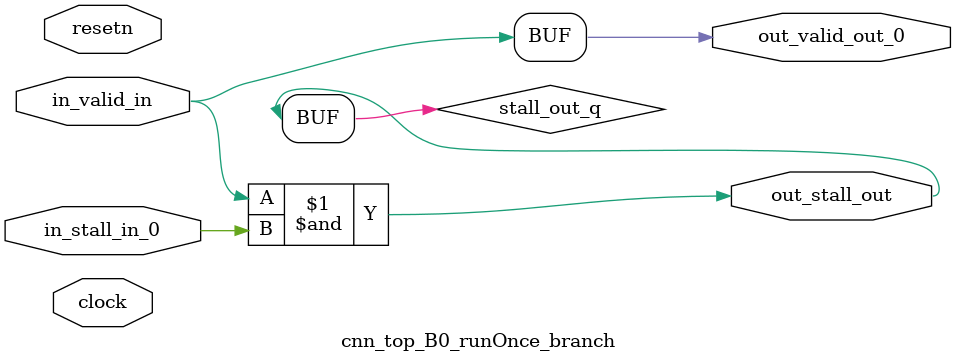
<source format=sv>



(* altera_attribute = "-name AUTO_SHIFT_REGISTER_RECOGNITION OFF; -name MESSAGE_DISABLE 10036; -name MESSAGE_DISABLE 10037; -name MESSAGE_DISABLE 14130; -name MESSAGE_DISABLE 14320; -name MESSAGE_DISABLE 15400; -name MESSAGE_DISABLE 14130; -name MESSAGE_DISABLE 10036; -name MESSAGE_DISABLE 12020; -name MESSAGE_DISABLE 12030; -name MESSAGE_DISABLE 12010; -name MESSAGE_DISABLE 12110; -name MESSAGE_DISABLE 14320; -name MESSAGE_DISABLE 13410; -name MESSAGE_DISABLE 113007; -name MESSAGE_DISABLE 10958" *)
module cnn_top_B0_runOnce_branch (
    input wire [0:0] in_stall_in_0,
    input wire [0:0] in_valid_in,
    output wire [0:0] out_stall_out,
    output wire [0:0] out_valid_out_0,
    input wire clock,
    input wire resetn
    );

    wire [0:0] stall_out_q;


    // stall_out(LOGICAL,6)
    assign stall_out_q = in_valid_in & in_stall_in_0;

    // out_stall_out(GPOUT,4)
    assign out_stall_out = stall_out_q;

    // out_valid_out_0(GPOUT,5)
    assign out_valid_out_0 = in_valid_in;

endmodule

</source>
